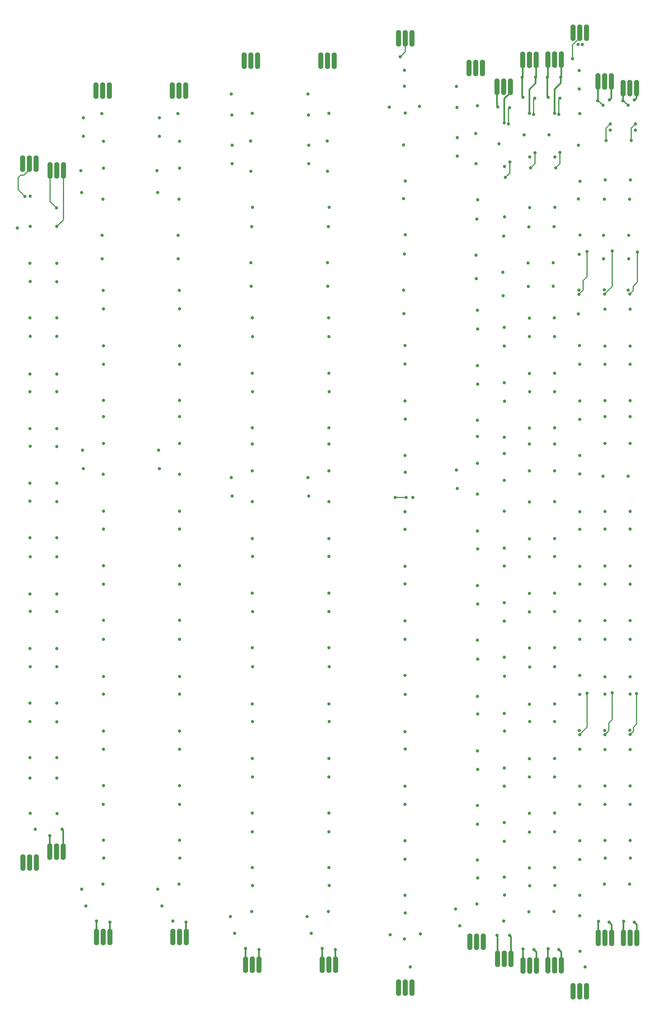
<source format=gbr>
G04 #@! TF.GenerationSoftware,KiCad,Pcbnew,(5.0.0-3-g5ebb6b6)*
G04 #@! TF.CreationDate,2019-02-23T00:38:07-08:00*
G04 #@! TF.ProjectId,PanelNoSeparation,50616E656C4E6F53657061726174696F,rev?*
G04 #@! TF.SameCoordinates,Original*
G04 #@! TF.FileFunction,Copper,L4,Bot,Signal*
G04 #@! TF.FilePolarity,Positive*
%FSLAX45Y45*%
G04 Gerber Fmt 4.5, Leading zero omitted, Abs format (unit mm)*
G04 Created by KiCad (PCBNEW (5.0.0-3-g5ebb6b6)) date Saturday, February 23, 2019 at 12:38:07 AM*
%MOMM*%
%LPD*%
G01*
G04 APERTURE LIST*
G04 #@! TA.AperFunction,ComponentPad*
%ADD10O,1.524000X5.080000*%
G04 #@! TD*
G04 #@! TA.AperFunction,ViaPad*
%ADD11C,1.000000*%
G04 #@! TD*
G04 #@! TA.AperFunction,Conductor*
%ADD12C,0.500000*%
G04 #@! TD*
G04 #@! TA.AperFunction,Conductor*
%ADD13C,0.300000*%
G04 #@! TD*
G04 APERTURE END LIST*
D10*
G04 #@! TO.P,J1,3*
G04 #@! TO.N,GND*
X23220030Y-32828200D03*
G04 #@! TO.P,J1,2*
G04 #@! TO.N,Net-(D1-Pad4)*
X23016830Y-32828200D03*
G04 #@! TO.P,J1,1*
G04 #@! TO.N,+5V*
X22813630Y-32828200D03*
G04 #@! TD*
G04 #@! TO.P,J2,3*
G04 #@! TO.N,GND*
X23220030Y-3821400D03*
G04 #@! TO.P,J2,2*
G04 #@! TO.N,Net-(D17-Pad3)*
X23016830Y-3821400D03*
G04 #@! TO.P,J2,1*
G04 #@! TO.N,+5V*
X22813630Y-3821400D03*
G04 #@! TD*
G04 #@! TO.P,J2,1*
G04 #@! TO.N,+5V*
X10682278Y-5572556D03*
G04 #@! TO.P,J2,2*
G04 #@! TO.N,Net-(D15-Pad3)*
X10885478Y-5572556D03*
G04 #@! TO.P,J2,3*
G04 #@! TO.N,GND*
X11088678Y-5572556D03*
G04 #@! TD*
G04 #@! TO.P,J1,1*
G04 #@! TO.N,+5V*
X10697518Y-31189980D03*
G04 #@! TO.P,J1,2*
G04 #@! TO.N,Net-(D1-Pad4)*
X10900718Y-31189980D03*
G04 #@! TO.P,J1,3*
G04 #@! TO.N,GND*
X11103918Y-31189980D03*
G04 #@! TD*
G04 #@! TO.P,J2,1*
G04 #@! TO.N,+5V*
X15177180Y-4668050D03*
G04 #@! TO.P,J2,2*
G04 #@! TO.N,Net-(D16-Pad3)*
X15380380Y-4668050D03*
G04 #@! TO.P,J2,3*
G04 #@! TO.N,GND*
X15583580Y-4668050D03*
G04 #@! TD*
G04 #@! TO.P,J1,1*
G04 #@! TO.N,+5V*
X15220106Y-32022580D03*
G04 #@! TO.P,J1,2*
G04 #@! TO.N,Net-(D1-Pad4)*
X15423306Y-32022580D03*
G04 #@! TO.P,J1,3*
G04 #@! TO.N,GND*
X15626506Y-32022580D03*
G04 #@! TD*
G04 #@! TO.P,J2,1*
G04 #@! TO.N,+5V*
X22053018Y-4638586D03*
G04 #@! TO.P,J2,2*
G04 #@! TO.N,Net-(D16-Pad3)*
X22256218Y-4638586D03*
G04 #@! TO.P,J2,3*
G04 #@! TO.N,GND*
X22459418Y-4638586D03*
G04 #@! TD*
G04 #@! TO.P,J1,1*
G04 #@! TO.N,+5V*
X22057082Y-32043408D03*
G04 #@! TO.P,J1,2*
G04 #@! TO.N,Net-(D1-Pad4)*
X22260282Y-32043408D03*
G04 #@! TO.P,J1,3*
G04 #@! TO.N,GND*
X22463482Y-32043408D03*
G04 #@! TD*
G04 #@! TO.P,J2,1*
G04 #@! TO.N,+5V*
X24336084Y-5499194D03*
G04 #@! TO.P,J2,2*
G04 #@! TO.N,Net-(D15-Pad3)*
X24539284Y-5499194D03*
G04 #@! TO.P,J2,3*
G04 #@! TO.N,GND*
X24742484Y-5499194D03*
G04 #@! TD*
G04 #@! TO.P,J1,1*
G04 #@! TO.N,+5V*
X24342942Y-31214408D03*
G04 #@! TO.P,J1,2*
G04 #@! TO.N,Net-(D1-Pad4)*
X24546142Y-31214408D03*
G04 #@! TO.P,J1,3*
G04 #@! TO.N,GND*
X24749342Y-31214408D03*
G04 #@! TD*
G04 #@! TO.P,J2,3*
G04 #@! TO.N,GND*
X8781578Y-5572656D03*
G04 #@! TO.P,J2,2*
G04 #@! TO.N,Net-(D15-Pad3)*
X8578378Y-5572656D03*
G04 #@! TO.P,J2,1*
G04 #@! TO.N,+5V*
X8375178Y-5572656D03*
G04 #@! TD*
G04 #@! TO.P,J1,3*
G04 #@! TO.N,GND*
X23987442Y-31214408D03*
G04 #@! TO.P,J1,2*
G04 #@! TO.N,Net-(D1-Pad4)*
X23784242Y-31214408D03*
G04 #@! TO.P,J1,1*
G04 #@! TO.N,+5V*
X23581042Y-31214408D03*
G04 #@! TD*
G04 #@! TO.P,J2,3*
G04 #@! TO.N,GND*
X23980584Y-5299194D03*
G04 #@! TO.P,J2,2*
G04 #@! TO.N,Net-(D15-Pad3)*
X23777384Y-5299194D03*
G04 #@! TO.P,J2,1*
G04 #@! TO.N,+5V*
X23574184Y-5299194D03*
G04 #@! TD*
G04 #@! TO.P,J1,3*
G04 #@! TO.N,GND*
X13308806Y-32022580D03*
G04 #@! TO.P,J1,2*
G04 #@! TO.N,Net-(D1-Pad4)*
X13105606Y-32022580D03*
G04 #@! TO.P,J1,1*
G04 #@! TO.N,+5V*
X12902406Y-32022580D03*
G04 #@! TD*
G04 #@! TO.P,J2,3*
G04 #@! TO.N,GND*
X13265880Y-4668050D03*
G04 #@! TO.P,J2,2*
G04 #@! TO.N,Net-(D16-Pad3)*
X13062680Y-4668050D03*
G04 #@! TO.P,J2,1*
G04 #@! TO.N,+5V*
X12859480Y-4668050D03*
G04 #@! TD*
G04 #@! TO.P,J1,3*
G04 #@! TO.N,GND*
X21704982Y-32046908D03*
G04 #@! TO.P,J1,2*
G04 #@! TO.N,Net-(D1-Pad4)*
X21501782Y-32046908D03*
G04 #@! TO.P,J1,1*
G04 #@! TO.N,+5V*
X21298582Y-32046908D03*
G04 #@! TD*
G04 #@! TO.P,J2,3*
G04 #@! TO.N,GND*
X21700918Y-4642086D03*
G04 #@! TO.P,J2,2*
G04 #@! TO.N,Net-(D16-Pad3)*
X21497718Y-4642086D03*
G04 #@! TO.P,J2,1*
G04 #@! TO.N,+5V*
X21294518Y-4642086D03*
G04 #@! TD*
G04 #@! TO.P,J1,3*
G04 #@! TO.N,GND*
X17942630Y-32723000D03*
G04 #@! TO.P,J1,2*
G04 #@! TO.N,Net-(D1-Pad4)*
X17739430Y-32723000D03*
G04 #@! TO.P,J1,1*
G04 #@! TO.N,+5V*
X17536230Y-32723000D03*
G04 #@! TD*
G04 #@! TO.P,J2,3*
G04 #@! TO.N,GND*
X17942630Y-3995600D03*
G04 #@! TO.P,J2,2*
G04 #@! TO.N,Net-(D17-Pad3)*
X17739430Y-3995600D03*
G04 #@! TO.P,J2,1*
G04 #@! TO.N,+5V*
X17536230Y-3995600D03*
G04 #@! TD*
G04 #@! TO.P,J1,3*
G04 #@! TO.N,GND*
X20103130Y-31330800D03*
G04 #@! TO.P,J1,2*
G04 #@! TO.N,Net-(D1-Pad4)*
X19899930Y-31330800D03*
G04 #@! TO.P,J1,1*
G04 #@! TO.N,+5V*
X19696730Y-31330800D03*
G04 #@! TD*
G04 #@! TO.P,J2,3*
G04 #@! TO.N,GND*
X20077730Y-4889400D03*
G04 #@! TO.P,J2,2*
G04 #@! TO.N,Net-(D16-Pad3)*
X19874530Y-4889400D03*
G04 #@! TO.P,J2,1*
G04 #@! TO.N,+5V*
X19671330Y-4889400D03*
G04 #@! TD*
G04 #@! TO.P,J1,3*
G04 #@! TO.N,GND*
X20938608Y-31845546D03*
G04 #@! TO.P,J1,2*
G04 #@! TO.N,Net-(D1-Pad4)*
X20735408Y-31845546D03*
G04 #@! TO.P,J1,1*
G04 #@! TO.N,+5V*
X20532208Y-31845546D03*
G04 #@! TD*
G04 #@! TO.P,J2,3*
G04 #@! TO.N,GND*
X20924130Y-5455200D03*
G04 #@! TO.P,J2,2*
G04 #@! TO.N,Net-(D16-Pad3)*
X20720930Y-5455200D03*
G04 #@! TO.P,J2,1*
G04 #@! TO.N,+5V*
X20517730Y-5455200D03*
G04 #@! TD*
G04 #@! TO.P,J2,3*
G04 #@! TO.N,GND*
X7388170Y-7991360D03*
G04 #@! TO.P,J2,2*
G04 #@! TO.N,Net-(D12-Pad3)*
X7184970Y-7991360D03*
G04 #@! TO.P,J2,1*
G04 #@! TO.N,+5V*
X6981770Y-7991360D03*
G04 #@! TD*
G04 #@! TO.P,J1,3*
G04 #@! TO.N,GND*
X7385370Y-28606000D03*
G04 #@! TO.P,J1,2*
G04 #@! TO.N,Net-(D1-Pad4)*
X7182170Y-28606000D03*
G04 #@! TO.P,J1,1*
G04 #@! TO.N,+5V*
X6978970Y-28606000D03*
G04 #@! TD*
G04 #@! TO.P,J1,3*
G04 #@! TO.N,GND*
X8796818Y-31190080D03*
G04 #@! TO.P,J1,2*
G04 #@! TO.N,Net-(D1-Pad4)*
X8593618Y-31190080D03*
G04 #@! TO.P,J1,1*
G04 #@! TO.N,+5V*
X8390418Y-31190080D03*
G04 #@! TD*
G04 #@! TO.P,J2,3*
G04 #@! TO.N,GND*
X6562292Y-7787140D03*
G04 #@! TO.P,J2,2*
G04 #@! TO.N,Net-(D12-Pad3)*
X6359092Y-7787140D03*
G04 #@! TO.P,J2,1*
G04 #@! TO.N,+5V*
X6155892Y-7787140D03*
G04 #@! TD*
G04 #@! TO.P,J1,3*
G04 #@! TO.N,GND*
X6569792Y-28938040D03*
G04 #@! TO.P,J1,2*
G04 #@! TO.N,Net-(D1-Pad4)*
X6366592Y-28938040D03*
G04 #@! TO.P,J1,1*
G04 #@! TO.N,+5V*
X6163392Y-28938040D03*
G04 #@! TD*
D11*
G04 #@! TO.N,+5V*
X6384492Y-27446740D03*
X6378142Y-25757640D03*
X6378142Y-24106640D03*
X6378142Y-20804640D03*
X6378142Y-22455640D03*
X6378142Y-19102840D03*
X6378142Y-17451840D03*
X6378142Y-14149840D03*
X6378142Y-15800840D03*
X6378142Y-10797040D03*
X6378142Y-12448040D03*
X6384492Y-8765040D03*
X7192330Y-27450300D03*
X7185980Y-24110200D03*
X7185980Y-20808200D03*
X7185980Y-22459200D03*
X7185980Y-19106400D03*
X7185980Y-17455400D03*
X7185980Y-14153400D03*
X7185980Y-15804400D03*
X7185980Y-10800600D03*
X7185980Y-12451600D03*
X7179630Y-9124200D03*
X6979230Y-28123400D03*
X8597174Y-26607920D03*
X8597174Y-23305920D03*
X8597174Y-24956920D03*
X8597174Y-21604120D03*
X8597174Y-19953120D03*
X8597174Y-18302120D03*
X8597174Y-13298320D03*
X8597174Y-14949320D03*
X8590824Y-11621920D03*
X8555264Y-9950600D03*
X8597174Y-28258920D03*
X8580664Y-29584800D03*
X7962682Y-16452746D03*
X8597682Y-16249546D03*
X7937282Y-29736946D03*
X8546881Y-6267346D03*
X7988082Y-6394346D03*
X8390418Y-30701384D03*
X8600730Y-7918600D03*
X7914930Y-7994800D03*
X23780686Y-26611420D03*
X23780686Y-23309420D03*
X23780686Y-21607620D03*
X23780686Y-19956620D03*
X23780686Y-18305620D03*
X23780686Y-13301820D03*
X23780686Y-14952820D03*
X23789576Y-8277700D03*
X23738776Y-9954100D03*
X23780686Y-28262420D03*
X23764176Y-29588300D03*
X23781194Y-16253046D03*
X23586630Y-30715806D03*
X23559725Y-5878625D03*
X23719865Y-6018256D03*
X13109162Y-27440420D03*
X13109162Y-24138420D03*
X13109162Y-25789420D03*
X13109162Y-22436620D03*
X13109162Y-20785620D03*
X13109162Y-19134620D03*
X13109162Y-14130820D03*
X13109162Y-15781820D03*
X13102812Y-12454420D03*
X13118052Y-9106700D03*
X13067252Y-10783100D03*
X13109162Y-29091420D03*
X13092652Y-30417300D03*
X12474670Y-5677446D03*
X13109670Y-17082046D03*
X12449270Y-30569446D03*
X13058869Y-7099846D03*
X12500070Y-7226846D03*
X12902406Y-31533884D03*
X21498226Y-27443920D03*
X21498226Y-24141920D03*
X21498226Y-25792920D03*
X21498226Y-22440120D03*
X21498226Y-20789120D03*
X21498226Y-19138120D03*
X21498226Y-14134320D03*
X21498226Y-15785320D03*
X21491876Y-12457920D03*
X21507116Y-9110200D03*
X21456316Y-10786600D03*
X21498226Y-29094920D03*
X21481716Y-30420800D03*
X21498734Y-17085546D03*
X21305186Y-5782546D03*
X21279786Y-5172946D03*
X21304170Y-31548306D03*
X21332145Y-6913100D03*
X17730540Y-28272920D03*
X17730540Y-24970920D03*
X17730540Y-26621920D03*
X17730540Y-23269120D03*
X17730540Y-21618120D03*
X17730540Y-18316120D03*
X17730540Y-19967120D03*
X17730540Y-14963320D03*
X17730540Y-16614320D03*
X17724190Y-13286920D03*
X17714030Y-4960800D03*
X17739430Y-9939200D03*
X17739430Y-8313600D03*
X17688630Y-11615600D03*
X17256830Y-6078400D03*
X17739430Y-6256200D03*
X17730540Y-29923920D03*
X17714030Y-31249800D03*
X17282230Y-31122800D03*
X19924822Y-27211174D03*
X19924822Y-23909174D03*
X19924822Y-25560174D03*
X19924822Y-22207374D03*
X19924822Y-20556374D03*
X19924822Y-18905374D03*
X19924822Y-13901574D03*
X19924822Y-15552574D03*
X19918472Y-12225174D03*
X19933712Y-8877454D03*
X19882912Y-10553854D03*
X19924822Y-28862174D03*
X19908312Y-30188054D03*
X19290330Y-5448200D03*
X19290330Y-17056000D03*
X19925330Y-16852800D03*
X19264930Y-30340200D03*
X19874529Y-6870600D03*
X19315730Y-6997600D03*
X20736170Y-27726174D03*
X20736170Y-24424174D03*
X20736170Y-26075174D03*
X20736170Y-22722374D03*
X20736170Y-21071374D03*
X20736170Y-19420374D03*
X20736170Y-14416574D03*
X20736170Y-16067574D03*
X20729820Y-12740174D03*
X20745060Y-9392454D03*
X20694260Y-11068854D03*
X20736170Y-29377174D03*
X20719660Y-30703054D03*
X20736678Y-17367800D03*
X20517730Y-31134600D03*
X20570136Y-7182400D03*
X20543130Y-6064800D03*
X10904274Y-26607820D03*
X10904274Y-23305820D03*
X10904274Y-24956820D03*
X10904274Y-21604020D03*
X10904274Y-19953020D03*
X10904274Y-18302020D03*
X10904274Y-13298220D03*
X10904274Y-14949220D03*
X10897924Y-11621820D03*
X10862364Y-9950500D03*
X10904274Y-28258820D03*
X10887764Y-29584700D03*
X10269782Y-16452646D03*
X10904782Y-16249446D03*
X10244382Y-29736846D03*
X10853981Y-6267246D03*
X10295182Y-6394246D03*
X10697518Y-30701284D03*
X10907830Y-7918500D03*
X10222030Y-7994700D03*
X15426862Y-29091420D03*
X15410352Y-30417300D03*
X14792370Y-5677446D03*
X14792370Y-17285246D03*
X15427370Y-17082046D03*
X14766970Y-30569446D03*
X15376569Y-7099846D03*
X14817770Y-7226846D03*
X15220106Y-31533884D03*
X15426862Y-27440420D03*
X15426862Y-24138420D03*
X15426862Y-25789420D03*
X15426862Y-22436620D03*
X15426862Y-20785620D03*
X15426862Y-19134620D03*
X15426862Y-14130820D03*
X15426862Y-15781820D03*
X15420512Y-12454420D03*
X15435752Y-9106700D03*
X15384952Y-10783100D03*
X22256726Y-27440420D03*
X22256726Y-24138420D03*
X22256726Y-25789420D03*
X22256726Y-22436620D03*
X22256726Y-20785620D03*
X22256726Y-19134620D03*
X22256726Y-14130820D03*
X22256726Y-15781820D03*
X22250376Y-12454420D03*
X22265616Y-9106700D03*
X22214816Y-10783100D03*
X22256726Y-29091420D03*
X22240216Y-30417300D03*
X22257234Y-17082046D03*
X22063686Y-5779046D03*
X22038286Y-5169446D03*
X22062670Y-31544806D03*
X22090645Y-6909600D03*
X24542586Y-26611420D03*
X24542586Y-23309420D03*
X24542586Y-21607620D03*
X24542586Y-19956620D03*
X24542586Y-18305620D03*
X24542586Y-13301820D03*
X24542586Y-14952820D03*
X24551476Y-8277700D03*
X24500676Y-9954100D03*
X24542586Y-28262420D03*
X24526076Y-29588300D03*
X24543094Y-16253046D03*
X24348530Y-30715806D03*
X24321625Y-5878625D03*
X24481765Y-6018256D03*
X23093029Y-4177000D03*
X23017592Y-6269198D03*
X23027498Y-8317200D03*
X23027498Y-9942800D03*
X23002098Y-4964400D03*
X23012258Y-13290520D03*
X23018608Y-16617920D03*
X23018608Y-14966920D03*
X23018608Y-19970720D03*
X23018608Y-18319720D03*
X23018608Y-21621720D03*
X23018608Y-23272720D03*
X23018608Y-26625520D03*
X23018608Y-28276520D03*
X23018608Y-29927520D03*
X23024958Y-31616620D03*
X23767421Y-11603266D03*
X22996690Y-11613760D03*
X24482730Y-11613900D03*
X7185980Y-25760599D03*
X23007001Y-24938225D03*
X23772615Y-24938204D03*
X24535849Y-24931914D03*
X12474670Y-17285246D03*
G04 #@! TO.N,GND*
X6537126Y-27926566D03*
X6377126Y-26377146D03*
X6376872Y-24670520D03*
X6379412Y-23006820D03*
X6381952Y-21332960D03*
X6381952Y-19676880D03*
X6379412Y-16339320D03*
X6376872Y-14683240D03*
X6379412Y-13006840D03*
X6381952Y-11350760D03*
X6379412Y-9681980D03*
X6377126Y-17994096D03*
X5990792Y-9730240D03*
X7344964Y-27930126D03*
X7184964Y-26380706D03*
X7184710Y-24674080D03*
X7187250Y-23010380D03*
X7189790Y-21336520D03*
X7189790Y-19680440D03*
X7187250Y-18011660D03*
X7187250Y-16342880D03*
X7184710Y-14686800D03*
X7187250Y-13010400D03*
X7189790Y-11354320D03*
X7187250Y-9685540D03*
X8598444Y-25508100D03*
X8600984Y-23834240D03*
X8600984Y-22178160D03*
X8598444Y-20509380D03*
X8598444Y-18840600D03*
X8595904Y-17184520D03*
X8600984Y-13852040D03*
X8598444Y-12183260D03*
X8557804Y-10661800D03*
X8580664Y-8858400D03*
X8595904Y-27171800D03*
X8606064Y-28797400D03*
X7988082Y-17011546D03*
X8597682Y-15436746D03*
X8064282Y-30244946D03*
X7988082Y-6953146D03*
X8793262Y-30734404D03*
X7940330Y-8655200D03*
X8600730Y-7105800D03*
X23781956Y-25511600D03*
X23784496Y-23837740D03*
X23784496Y-22181660D03*
X23781956Y-20512880D03*
X23781956Y-18844100D03*
X23784496Y-13855540D03*
X23781956Y-12186760D03*
X23741316Y-10665300D03*
X23764176Y-8861900D03*
X23779416Y-27175300D03*
X23789576Y-28800900D03*
X23781194Y-15440246D03*
X23911750Y-30736126D03*
X23723996Y-17243440D03*
X23913274Y-5851492D03*
X23942484Y-6765384D03*
X13110432Y-26340600D03*
X13112972Y-24666740D03*
X13112972Y-23010660D03*
X13110432Y-21341880D03*
X13110432Y-19673100D03*
X13107892Y-18017020D03*
X13112972Y-14684540D03*
X13110432Y-13015760D03*
X13069792Y-11494300D03*
X13092652Y-9690900D03*
X13067252Y-8014500D03*
X13107892Y-28004300D03*
X13118052Y-29629900D03*
X12491688Y-6314732D03*
X12500070Y-17844046D03*
X13109670Y-16269246D03*
X12576270Y-31077446D03*
X12500070Y-7785646D03*
X13109670Y-6261646D03*
X13305250Y-31566904D03*
X21499496Y-26344100D03*
X21502036Y-24670240D03*
X21502036Y-23014160D03*
X21499496Y-21345380D03*
X21499496Y-19676600D03*
X21496956Y-18020520D03*
X21502036Y-14688040D03*
X21499496Y-13019260D03*
X21458856Y-11497800D03*
X21481716Y-9694400D03*
X21496956Y-28007800D03*
X21507116Y-29633400D03*
X21498734Y-16272746D03*
X21498734Y-6265146D03*
X21508386Y-7585946D03*
X21686186Y-5172946D03*
X21629290Y-31568626D03*
X17889524Y-32092846D03*
X17731810Y-27173100D03*
X17734350Y-25499240D03*
X17734350Y-23843160D03*
X17731810Y-22174380D03*
X17731810Y-20505600D03*
X17729270Y-18849520D03*
X17734350Y-15517040D03*
X17731810Y-13848260D03*
X17691170Y-12326800D03*
X17714030Y-10523400D03*
X17688630Y-8847000D03*
X17688630Y-7221400D03*
X17968030Y-17889400D03*
X17739430Y-17127400D03*
X18171230Y-6053000D03*
X17714030Y-5443400D03*
X17729270Y-28836800D03*
X18196630Y-31097400D03*
X17739430Y-30462400D03*
X19926092Y-26111354D03*
X19928632Y-24437494D03*
X19928632Y-22781414D03*
X19926092Y-21112634D03*
X19926092Y-19443854D03*
X19923552Y-17787774D03*
X19928632Y-14455294D03*
X19926092Y-12786514D03*
X19885452Y-11265054D03*
X19908312Y-9461654D03*
X19882912Y-7785254D03*
X19923552Y-27775054D03*
X19933712Y-29400654D03*
X19307348Y-6085486D03*
X19315730Y-17614800D03*
X19925330Y-16040000D03*
X19391930Y-30848200D03*
X19315730Y-7556400D03*
X19925330Y-6032400D03*
X20737440Y-26626354D03*
X20739980Y-24952494D03*
X20739980Y-23296414D03*
X20737440Y-21627634D03*
X20737440Y-19958854D03*
X20734900Y-18302774D03*
X20739980Y-14970294D03*
X20737440Y-13301514D03*
X20696800Y-11780054D03*
X20719660Y-9976654D03*
X20734900Y-28290054D03*
X20745060Y-29915654D03*
X20736678Y-16555000D03*
X20736678Y-6547400D03*
X20898730Y-31134600D03*
X20746330Y-7868200D03*
X10905544Y-25508000D03*
X10908084Y-23834140D03*
X10908084Y-22178060D03*
X10905544Y-20509280D03*
X10905544Y-18840500D03*
X10903004Y-17184420D03*
X10908084Y-13851940D03*
X10905544Y-12183160D03*
X10864904Y-10661700D03*
X10887764Y-8858300D03*
X10903004Y-27171700D03*
X10913164Y-28797300D03*
X10295182Y-17011446D03*
X10904782Y-15436646D03*
X10371382Y-30244846D03*
X10295182Y-6953046D03*
X11100362Y-30734304D03*
X10247430Y-8655100D03*
X10907830Y-7105700D03*
X15428132Y-26340600D03*
X15430672Y-24666740D03*
X15430672Y-23010660D03*
X15428132Y-21341880D03*
X15428132Y-19673100D03*
X15425592Y-18017020D03*
X15430672Y-14684540D03*
X15428132Y-13015760D03*
X15387492Y-11494300D03*
X15410352Y-9690900D03*
X15384952Y-8014500D03*
X15425592Y-28004300D03*
X15435752Y-29629900D03*
X14809388Y-6314732D03*
X14817770Y-17844046D03*
X15427370Y-16269246D03*
X14893970Y-31077446D03*
X14817770Y-7785646D03*
X15427370Y-6261646D03*
X15622950Y-31566904D03*
X22257996Y-26340600D03*
X22260536Y-24666740D03*
X22260536Y-23010660D03*
X22257996Y-21341880D03*
X22257996Y-19673100D03*
X22255456Y-18017020D03*
X22260536Y-14684540D03*
X22257996Y-13015760D03*
X22217356Y-11494300D03*
X22240216Y-9690900D03*
X22255456Y-28004300D03*
X22265616Y-29629900D03*
X22257234Y-16269246D03*
X22257234Y-6261646D03*
X22266886Y-7582446D03*
X22444686Y-5169446D03*
X22387790Y-31565126D03*
X24543856Y-25511600D03*
X24546396Y-23837740D03*
X24546396Y-22181660D03*
X24543856Y-20512880D03*
X24543856Y-18844100D03*
X24546396Y-13855540D03*
X24543856Y-12186760D03*
X24503216Y-10665300D03*
X24526076Y-8861900D03*
X24541316Y-27175300D03*
X24551476Y-28800900D03*
X24543094Y-15440246D03*
X24673650Y-30736126D03*
X24485896Y-17243440D03*
X24675174Y-5851492D03*
X24704384Y-6765384D03*
X22966030Y-4177000D03*
X23002098Y-5523200D03*
X22976698Y-7225000D03*
X22976698Y-8850600D03*
X23002098Y-10527000D03*
X22979238Y-12330400D03*
X23019878Y-13851860D03*
X23022418Y-15520640D03*
X23019878Y-17176720D03*
X23017338Y-18853120D03*
X23019878Y-20509200D03*
X23019878Y-22177980D03*
X23022418Y-23846760D03*
X23022418Y-25502840D03*
X23019878Y-27176700D03*
X23017338Y-28840400D03*
X23017592Y-30547026D03*
X23177592Y-32096446D03*
G04 #@! TO.N,Net-(D12-Pad3)*
X6223457Y-8778841D03*
X23238130Y-10445500D03*
X22996830Y-11740901D03*
G04 #@! TO.N,Net-(C9-Pad1)*
X17764830Y-17889400D03*
X17434630Y-17889400D03*
G04 #@! TO.N,Net-(D3-Pad3)*
X24003986Y-23799550D03*
X23777879Y-25063200D03*
X24736730Y-23824950D03*
X24546230Y-25056850D03*
G04 #@! TO.N,Net-(D4-Pad3)*
X23241987Y-23814900D03*
X23015880Y-25063200D03*
G04 #@! TO.N,Net-(D11-Pad3)*
X24000130Y-10430428D03*
X23771529Y-11728200D03*
X24765987Y-10458200D03*
X24534958Y-11732487D03*
G04 #@! TO.N,Net-(C15-Pad1)*
X23816386Y-7083787D03*
X23938770Y-6585780D03*
X21662187Y-7453867D03*
X21533926Y-7916287D03*
X20900131Y-7736121D03*
X20771870Y-8198541D03*
X22292426Y-7912787D03*
X22420687Y-7450367D03*
X24578286Y-7083787D03*
X24700670Y-6585780D03*
G04 #@! TO.N,Net-(C16-Pad1)*
X21626697Y-6299235D03*
X21660786Y-5807946D03*
X20864641Y-6581489D03*
X20898730Y-6090200D03*
X22385197Y-6295735D03*
X22419286Y-5804446D03*
G04 #@! TO.N,Net-(D17-Pad3)*
X17587030Y-4554400D03*
X22797438Y-4608800D03*
G04 #@! TD*
D12*
G04 #@! TO.N,+5V*
X6978970Y-28606000D02*
X6978970Y-28123660D01*
X6978970Y-28123660D02*
X6979230Y-28123400D01*
D13*
X6981770Y-8926340D02*
X6981770Y-7991360D01*
X7179630Y-9124200D02*
X6981770Y-8926340D01*
D12*
X8390418Y-30701384D02*
X8390418Y-31190080D01*
X23581042Y-30721394D02*
X23586630Y-30715806D01*
X23581042Y-31214408D02*
X23581042Y-30721394D01*
X23574184Y-5864167D02*
X23559725Y-5878625D01*
X23574184Y-5499194D02*
X23574184Y-5864167D01*
D13*
X23580234Y-5878625D02*
X23719865Y-6018256D01*
X23559725Y-5878625D02*
X23580234Y-5878625D01*
D12*
X12902406Y-31533884D02*
X12902406Y-32022580D01*
X21279786Y-5757146D02*
X21305186Y-5782546D01*
X21279786Y-5172946D02*
X21279786Y-5757146D01*
X21294518Y-5158214D02*
X21294518Y-4642086D01*
X21279786Y-5172946D02*
X21294518Y-5158214D01*
X21298582Y-31553894D02*
X21304170Y-31548306D01*
X21298582Y-32046908D02*
X21298582Y-31553894D01*
X20532208Y-31149078D02*
X20517730Y-31134600D01*
X20532208Y-31845546D02*
X20532208Y-31149078D01*
X20517730Y-6039400D02*
X20543130Y-6064800D01*
X20517730Y-5455200D02*
X20517730Y-6039400D01*
X15220106Y-31533884D02*
X15220106Y-32022580D01*
X22038286Y-5753646D02*
X22063686Y-5779046D01*
X22038286Y-5169446D02*
X22038286Y-5753646D01*
X22053018Y-5154714D02*
X22053018Y-4638586D01*
X22038286Y-5169446D02*
X22053018Y-5154714D01*
X22057082Y-31550394D02*
X22062670Y-31544806D01*
X22057082Y-32043408D02*
X22057082Y-31550394D01*
X24342942Y-30721394D02*
X24348530Y-30715806D01*
X24342942Y-31214408D02*
X24342942Y-30721394D01*
X24336084Y-5864167D02*
X24321625Y-5878625D01*
X24336084Y-5499194D02*
X24336084Y-5864167D01*
D13*
X24342134Y-5878625D02*
X24481765Y-6018256D01*
X24321625Y-5878625D02*
X24342134Y-5878625D01*
D12*
G04 #@! TO.N,GND*
X7385630Y-27970792D02*
X7385630Y-28605740D01*
X7385630Y-28605740D02*
X7385370Y-28606000D01*
X7344964Y-27930126D02*
X7385630Y-27970792D01*
D13*
X7388170Y-9484620D02*
X7187250Y-9685540D01*
X7388170Y-7991360D02*
X7388170Y-9484620D01*
D12*
X8793262Y-31186524D02*
X8796818Y-31190080D01*
X8793262Y-30734404D02*
X8793262Y-31186524D01*
X23987442Y-31214408D02*
X23987442Y-30811818D01*
X23961749Y-30786126D02*
X23911750Y-30736126D01*
X23987442Y-30811818D02*
X23961749Y-30786126D01*
X23932286Y-5851492D02*
X23913274Y-5851492D01*
X23980584Y-5499194D02*
X23980584Y-5803194D01*
X23980584Y-5803194D02*
X23932286Y-5851492D01*
X13305250Y-32019024D02*
X13308806Y-32022580D01*
X13305250Y-31566904D02*
X13305250Y-32019024D01*
X21700918Y-5158214D02*
X21700918Y-4642086D01*
X21686186Y-5172946D02*
X21700918Y-5158214D01*
X21686186Y-5350746D02*
X21686186Y-5172946D01*
X21498734Y-5538198D02*
X21686186Y-5350746D01*
X21498734Y-6265146D02*
X21498734Y-5538198D01*
X21704982Y-32046908D02*
X21704982Y-31644318D01*
X21679290Y-31618626D02*
X21629290Y-31568626D01*
X21704982Y-31644318D02*
X21679290Y-31618626D01*
X20938608Y-31845546D02*
X20938608Y-31174478D01*
X20938608Y-31174478D02*
X20898730Y-31134600D01*
X20736678Y-6476690D02*
X20736678Y-6547400D01*
X20736678Y-5820452D02*
X20736678Y-6476690D01*
X20924130Y-5633000D02*
X20736678Y-5820452D01*
X20924130Y-5455200D02*
X20924130Y-5633000D01*
X11100362Y-31186424D02*
X11103918Y-31189980D01*
X11100362Y-30734304D02*
X11100362Y-31186424D01*
X15622950Y-32019024D02*
X15626506Y-32022580D01*
X15622950Y-31566904D02*
X15622950Y-32019024D01*
X22459418Y-5154714D02*
X22459418Y-4638586D01*
X22444686Y-5169446D02*
X22459418Y-5154714D01*
X22444686Y-5347246D02*
X22444686Y-5169446D01*
X22257234Y-5534698D02*
X22444686Y-5347246D01*
X22257234Y-6261646D02*
X22257234Y-5534698D01*
X22463482Y-32043408D02*
X22463482Y-31640818D01*
X22437789Y-31615126D02*
X22387790Y-31565126D01*
X22463482Y-31640818D02*
X22437789Y-31615126D01*
X24749342Y-31214408D02*
X24749342Y-30811818D01*
X24723649Y-30786126D02*
X24673650Y-30736126D01*
X24749342Y-30811818D02*
X24723649Y-30786126D01*
X24694186Y-5851492D02*
X24675174Y-5851492D01*
X24742484Y-5499194D02*
X24742484Y-5803194D01*
X24742484Y-5803194D02*
X24694186Y-5851492D01*
D13*
G04 #@! TO.N,Net-(D12-Pad3)*
X6092392Y-8130040D02*
X6016192Y-8206240D01*
X6359092Y-7787140D02*
X6359092Y-7964940D01*
X6016192Y-8571576D02*
X6173457Y-8728841D01*
X6016192Y-8206240D02*
X6016192Y-8571576D01*
X6359092Y-7964940D02*
X6193992Y-8130040D01*
X6193992Y-8130040D02*
X6092392Y-8130040D01*
X6173457Y-8728841D02*
X6223457Y-8778841D01*
X23123830Y-11321800D02*
X23123830Y-11613901D01*
X23238130Y-11207500D02*
X23123830Y-11321800D01*
X23238130Y-10445500D02*
X23238130Y-11207500D01*
X23123830Y-11613901D02*
X22996830Y-11740901D01*
G04 #@! TO.N,Net-(C9-Pad1)*
X17764830Y-17889400D02*
X17434630Y-17889400D01*
G04 #@! TO.N,Net-(D3-Pad3)*
X23898530Y-24713950D02*
X23898530Y-24942550D01*
X24003986Y-24608494D02*
X23898530Y-24713950D01*
X23898530Y-24942550D02*
X23777879Y-25063200D01*
X24003986Y-23799550D02*
X24003986Y-24608494D01*
X24641480Y-24961600D02*
X24546230Y-25056850D01*
X24736730Y-24745700D02*
X24641480Y-24840950D01*
X24641480Y-24840950D02*
X24641480Y-24961600D01*
X24736730Y-23824950D02*
X24736730Y-24745700D01*
G04 #@! TO.N,Net-(D4-Pad3)*
X23241987Y-24837093D02*
X23065880Y-25013200D01*
X23065880Y-25013200D02*
X23015880Y-25063200D01*
X23241987Y-23814900D02*
X23241987Y-24837093D01*
G04 #@! TO.N,Net-(D11-Pad3)*
X24000130Y-10430428D02*
X24000130Y-11499600D01*
X24000130Y-11499600D02*
X23821529Y-11678200D01*
X23821529Y-11678200D02*
X23771529Y-11728200D01*
X24635130Y-11632316D02*
X24534958Y-11732487D01*
X24635130Y-11499600D02*
X24635130Y-11632316D01*
X24765987Y-11368742D02*
X24635130Y-11499600D01*
X24765987Y-10458200D02*
X24765987Y-11368742D01*
G04 #@! TO.N,Net-(C15-Pad1)*
X23888770Y-6635780D02*
X23938770Y-6585780D01*
X23816386Y-6708164D02*
X23888770Y-6635780D01*
X23816386Y-7083787D02*
X23816386Y-6708164D01*
X21662187Y-7453867D02*
X21662187Y-7788026D01*
X21583926Y-7866287D02*
X21533926Y-7916287D01*
X21662187Y-7788026D02*
X21583926Y-7866287D01*
X20900131Y-7736121D02*
X20900131Y-8070280D01*
X20821870Y-8148541D02*
X20771870Y-8198541D01*
X20900131Y-8070280D02*
X20821870Y-8148541D01*
X22420687Y-7450367D02*
X22420687Y-7784526D01*
X22342426Y-7862787D02*
X22292426Y-7912787D01*
X22420687Y-7784526D02*
X22342426Y-7862787D01*
X24650670Y-6635780D02*
X24700670Y-6585780D01*
X24578286Y-6708164D02*
X24650670Y-6635780D01*
X24578286Y-7083787D02*
X24578286Y-6708164D01*
G04 #@! TO.N,Net-(C16-Pad1)*
X21626697Y-5842035D02*
X21660786Y-5807946D01*
X21626697Y-6299235D02*
X21626697Y-5842035D01*
X20864641Y-6124289D02*
X20898730Y-6090200D01*
X20864641Y-6581489D02*
X20864641Y-6124289D01*
X22385197Y-5838535D02*
X22419286Y-5804446D01*
X22385197Y-6295735D02*
X22385197Y-5838535D01*
G04 #@! TO.N,Net-(D17-Pad3)*
X17637030Y-4504400D02*
X17587030Y-4554400D01*
X17739430Y-4402000D02*
X17637030Y-4504400D01*
X17739430Y-3903652D02*
X17739430Y-4402000D01*
X17774482Y-3868600D02*
X17739430Y-3903652D01*
X22797438Y-4608800D02*
X22797438Y-4193192D01*
X22797438Y-4193192D02*
X23016830Y-3973800D01*
X23016830Y-3973800D02*
X23016830Y-3821400D01*
G04 #@! TD*
M02*

</source>
